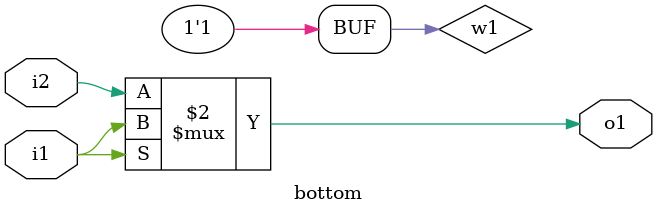
<source format=v>

module simple_and_3 (
  input [5:0] in1,
  input [5:0] in2,
  output [0:5] out1) ; 
  mid inst1(in1[0],in2[0],out1[0]); 
  mid inst2(in1[1],in2[1],out1[1]); 
  mid inst3(in1[2],in2[2],out1[2]); 
  bottom inst4(in1[3],in2[3],out1[3]); 
  bottom2 inst5(in1[5:4],out1[4:5]); 
endmodule
 
module bottom2 (
  input [1:0] i1,
  output reg  [0:1] o1) ; 
  always @( posedge i1)
       begin 
         o1 =i1;
       end
  
endmodule
 
module mid (
  input a,
  input b,
  output z) ; 
  bottom inst1(a,b,z); 
endmodule
 
module bottom (
  input i1,
  input i2,
  output reg  o1) ; 
   wire w1=1'b1 ;  
  always @(  i1 or  i2)
       o1 =i1?i1:i2;
 
endmodule
 

</source>
